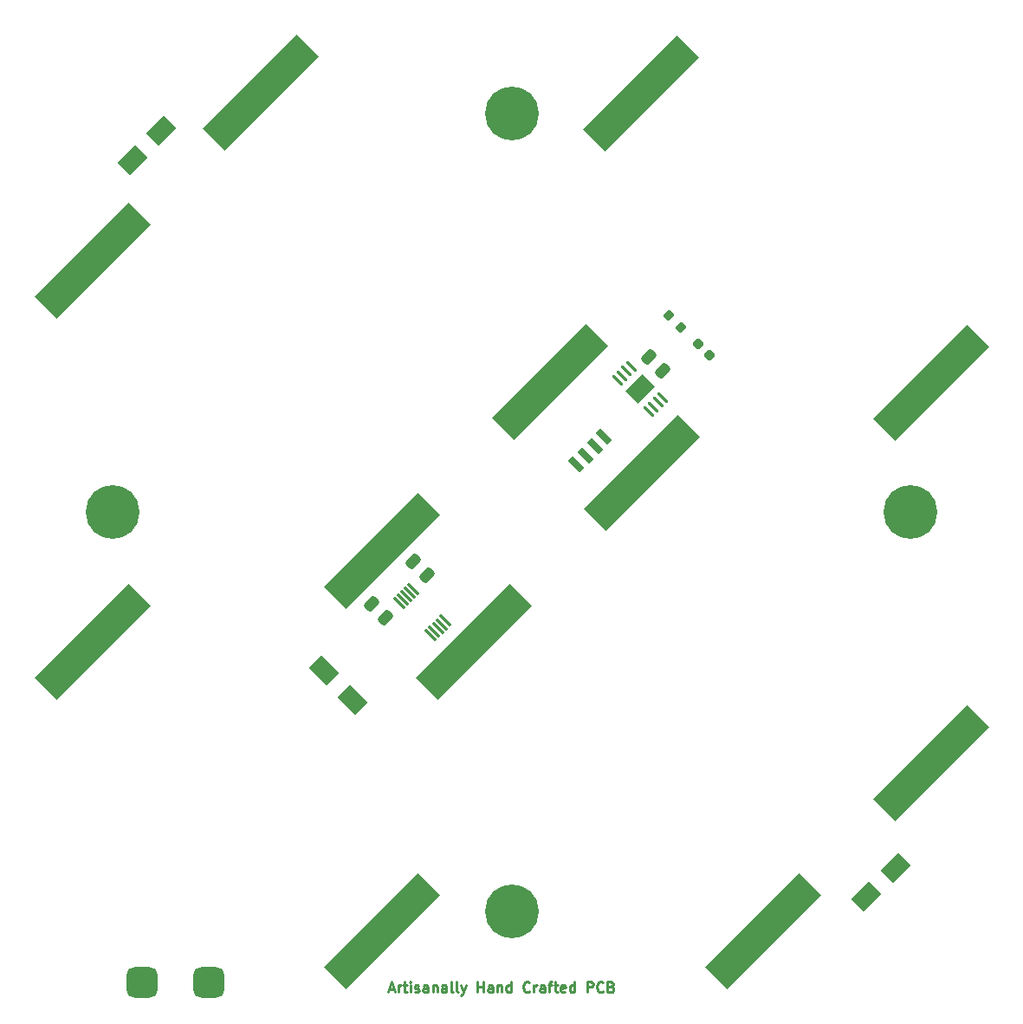
<source format=gbr>
%TF.GenerationSoftware,KiCad,Pcbnew,7.0.1*%
%TF.CreationDate,2024-01-21T14:51:42-07:00*%
%TF.ProjectId,solar-panel-side-Z,736f6c61-722d-4706-916e-656c2d736964,3.1*%
%TF.SameCoordinates,Original*%
%TF.FileFunction,Soldermask,Top*%
%TF.FilePolarity,Negative*%
%FSLAX46Y46*%
G04 Gerber Fmt 4.6, Leading zero omitted, Abs format (unit mm)*
G04 Created by KiCad (PCBNEW 7.0.1) date 2024-01-21 14:51:42*
%MOMM*%
%LPD*%
G01*
G04 APERTURE LIST*
G04 Aperture macros list*
%AMRoundRect*
0 Rectangle with rounded corners*
0 $1 Rounding radius*
0 $2 $3 $4 $5 $6 $7 $8 $9 X,Y pos of 4 corners*
0 Add a 4 corners polygon primitive as box body*
4,1,4,$2,$3,$4,$5,$6,$7,$8,$9,$2,$3,0*
0 Add four circle primitives for the rounded corners*
1,1,$1+$1,$2,$3*
1,1,$1+$1,$4,$5*
1,1,$1+$1,$6,$7*
1,1,$1+$1,$8,$9*
0 Add four rect primitives between the rounded corners*
20,1,$1+$1,$2,$3,$4,$5,0*
20,1,$1+$1,$4,$5,$6,$7,0*
20,1,$1+$1,$6,$7,$8,$9,0*
20,1,$1+$1,$8,$9,$2,$3,0*%
%AMRotRect*
0 Rectangle, with rotation*
0 The origin of the aperture is its center*
0 $1 length*
0 $2 width*
0 $3 Rotation angle, in degrees counterclockwise*
0 Add horizontal line*
21,1,$1,$2,0,0,$3*%
G04 Aperture macros list end*
%ADD10C,0.250000*%
%ADD11RotRect,1.730000X2.360000X315.000000*%
%ADD12RoundRect,0.087500X-0.477297X0.353553X0.353553X-0.477297X0.477297X-0.353553X-0.353553X0.477297X0*%
%ADD13C,5.250000*%
%ADD14RotRect,2.500000X1.700000X45.000000*%
%ADD15RoundRect,0.750000X0.750000X-0.750000X0.750000X0.750000X-0.750000X0.750000X-0.750000X-0.750000X0*%
%ADD16RoundRect,0.218750X0.335876X0.026517X0.026517X0.335876X-0.335876X-0.026517X-0.026517X-0.335876X0*%
%ADD17RoundRect,0.250000X0.512652X0.159099X0.159099X0.512652X-0.512652X-0.159099X-0.159099X-0.512652X0*%
%ADD18RotRect,13.000000X3.000000X45.000000*%
%ADD19RoundRect,0.200000X-0.335876X-0.053033X-0.053033X-0.335876X0.335876X0.053033X0.053033X0.335876X0*%
%ADD20RoundRect,0.075000X-0.512652X0.406586X0.406586X-0.512652X0.512652X-0.406586X-0.406586X0.512652X0*%
%ADD21RotRect,2.500000X1.700000X135.000000*%
%ADD22RotRect,1.600000X0.700000X135.000000*%
%ADD23RotRect,13.000000X3.000000X225.000000*%
G04 APERTURE END LIST*
D10*
X137490476Y-131591904D02*
X137966666Y-131591904D01*
X137395238Y-131877619D02*
X137728571Y-130877619D01*
X137728571Y-130877619D02*
X138061904Y-131877619D01*
X138395238Y-131877619D02*
X138395238Y-131210952D01*
X138395238Y-131401428D02*
X138442857Y-131306190D01*
X138442857Y-131306190D02*
X138490476Y-131258571D01*
X138490476Y-131258571D02*
X138585714Y-131210952D01*
X138585714Y-131210952D02*
X138680952Y-131210952D01*
X138871429Y-131210952D02*
X139252381Y-131210952D01*
X139014286Y-130877619D02*
X139014286Y-131734761D01*
X139014286Y-131734761D02*
X139061905Y-131830000D01*
X139061905Y-131830000D02*
X139157143Y-131877619D01*
X139157143Y-131877619D02*
X139252381Y-131877619D01*
X139585715Y-131877619D02*
X139585715Y-131210952D01*
X139585715Y-130877619D02*
X139538096Y-130925238D01*
X139538096Y-130925238D02*
X139585715Y-130972857D01*
X139585715Y-130972857D02*
X139633334Y-130925238D01*
X139633334Y-130925238D02*
X139585715Y-130877619D01*
X139585715Y-130877619D02*
X139585715Y-130972857D01*
X140014286Y-131830000D02*
X140109524Y-131877619D01*
X140109524Y-131877619D02*
X140300000Y-131877619D01*
X140300000Y-131877619D02*
X140395238Y-131830000D01*
X140395238Y-131830000D02*
X140442857Y-131734761D01*
X140442857Y-131734761D02*
X140442857Y-131687142D01*
X140442857Y-131687142D02*
X140395238Y-131591904D01*
X140395238Y-131591904D02*
X140300000Y-131544285D01*
X140300000Y-131544285D02*
X140157143Y-131544285D01*
X140157143Y-131544285D02*
X140061905Y-131496666D01*
X140061905Y-131496666D02*
X140014286Y-131401428D01*
X140014286Y-131401428D02*
X140014286Y-131353809D01*
X140014286Y-131353809D02*
X140061905Y-131258571D01*
X140061905Y-131258571D02*
X140157143Y-131210952D01*
X140157143Y-131210952D02*
X140300000Y-131210952D01*
X140300000Y-131210952D02*
X140395238Y-131258571D01*
X141300000Y-131877619D02*
X141300000Y-131353809D01*
X141300000Y-131353809D02*
X141252381Y-131258571D01*
X141252381Y-131258571D02*
X141157143Y-131210952D01*
X141157143Y-131210952D02*
X140966667Y-131210952D01*
X140966667Y-131210952D02*
X140871429Y-131258571D01*
X141300000Y-131830000D02*
X141204762Y-131877619D01*
X141204762Y-131877619D02*
X140966667Y-131877619D01*
X140966667Y-131877619D02*
X140871429Y-131830000D01*
X140871429Y-131830000D02*
X140823810Y-131734761D01*
X140823810Y-131734761D02*
X140823810Y-131639523D01*
X140823810Y-131639523D02*
X140871429Y-131544285D01*
X140871429Y-131544285D02*
X140966667Y-131496666D01*
X140966667Y-131496666D02*
X141204762Y-131496666D01*
X141204762Y-131496666D02*
X141300000Y-131449047D01*
X141776191Y-131210952D02*
X141776191Y-131877619D01*
X141776191Y-131306190D02*
X141823810Y-131258571D01*
X141823810Y-131258571D02*
X141919048Y-131210952D01*
X141919048Y-131210952D02*
X142061905Y-131210952D01*
X142061905Y-131210952D02*
X142157143Y-131258571D01*
X142157143Y-131258571D02*
X142204762Y-131353809D01*
X142204762Y-131353809D02*
X142204762Y-131877619D01*
X143109524Y-131877619D02*
X143109524Y-131353809D01*
X143109524Y-131353809D02*
X143061905Y-131258571D01*
X143061905Y-131258571D02*
X142966667Y-131210952D01*
X142966667Y-131210952D02*
X142776191Y-131210952D01*
X142776191Y-131210952D02*
X142680953Y-131258571D01*
X143109524Y-131830000D02*
X143014286Y-131877619D01*
X143014286Y-131877619D02*
X142776191Y-131877619D01*
X142776191Y-131877619D02*
X142680953Y-131830000D01*
X142680953Y-131830000D02*
X142633334Y-131734761D01*
X142633334Y-131734761D02*
X142633334Y-131639523D01*
X142633334Y-131639523D02*
X142680953Y-131544285D01*
X142680953Y-131544285D02*
X142776191Y-131496666D01*
X142776191Y-131496666D02*
X143014286Y-131496666D01*
X143014286Y-131496666D02*
X143109524Y-131449047D01*
X143728572Y-131877619D02*
X143633334Y-131830000D01*
X143633334Y-131830000D02*
X143585715Y-131734761D01*
X143585715Y-131734761D02*
X143585715Y-130877619D01*
X144252382Y-131877619D02*
X144157144Y-131830000D01*
X144157144Y-131830000D02*
X144109525Y-131734761D01*
X144109525Y-131734761D02*
X144109525Y-130877619D01*
X144538097Y-131210952D02*
X144776192Y-131877619D01*
X145014287Y-131210952D02*
X144776192Y-131877619D01*
X144776192Y-131877619D02*
X144680954Y-132115714D01*
X144680954Y-132115714D02*
X144633335Y-132163333D01*
X144633335Y-132163333D02*
X144538097Y-132210952D01*
X146157145Y-131877619D02*
X146157145Y-130877619D01*
X146157145Y-131353809D02*
X146728573Y-131353809D01*
X146728573Y-131877619D02*
X146728573Y-130877619D01*
X147633335Y-131877619D02*
X147633335Y-131353809D01*
X147633335Y-131353809D02*
X147585716Y-131258571D01*
X147585716Y-131258571D02*
X147490478Y-131210952D01*
X147490478Y-131210952D02*
X147300002Y-131210952D01*
X147300002Y-131210952D02*
X147204764Y-131258571D01*
X147633335Y-131830000D02*
X147538097Y-131877619D01*
X147538097Y-131877619D02*
X147300002Y-131877619D01*
X147300002Y-131877619D02*
X147204764Y-131830000D01*
X147204764Y-131830000D02*
X147157145Y-131734761D01*
X147157145Y-131734761D02*
X147157145Y-131639523D01*
X147157145Y-131639523D02*
X147204764Y-131544285D01*
X147204764Y-131544285D02*
X147300002Y-131496666D01*
X147300002Y-131496666D02*
X147538097Y-131496666D01*
X147538097Y-131496666D02*
X147633335Y-131449047D01*
X148109526Y-131210952D02*
X148109526Y-131877619D01*
X148109526Y-131306190D02*
X148157145Y-131258571D01*
X148157145Y-131258571D02*
X148252383Y-131210952D01*
X148252383Y-131210952D02*
X148395240Y-131210952D01*
X148395240Y-131210952D02*
X148490478Y-131258571D01*
X148490478Y-131258571D02*
X148538097Y-131353809D01*
X148538097Y-131353809D02*
X148538097Y-131877619D01*
X149442859Y-131877619D02*
X149442859Y-130877619D01*
X149442859Y-131830000D02*
X149347621Y-131877619D01*
X149347621Y-131877619D02*
X149157145Y-131877619D01*
X149157145Y-131877619D02*
X149061907Y-131830000D01*
X149061907Y-131830000D02*
X149014288Y-131782380D01*
X149014288Y-131782380D02*
X148966669Y-131687142D01*
X148966669Y-131687142D02*
X148966669Y-131401428D01*
X148966669Y-131401428D02*
X149014288Y-131306190D01*
X149014288Y-131306190D02*
X149061907Y-131258571D01*
X149061907Y-131258571D02*
X149157145Y-131210952D01*
X149157145Y-131210952D02*
X149347621Y-131210952D01*
X149347621Y-131210952D02*
X149442859Y-131258571D01*
X151252383Y-131782380D02*
X151204764Y-131830000D01*
X151204764Y-131830000D02*
X151061907Y-131877619D01*
X151061907Y-131877619D02*
X150966669Y-131877619D01*
X150966669Y-131877619D02*
X150823812Y-131830000D01*
X150823812Y-131830000D02*
X150728574Y-131734761D01*
X150728574Y-131734761D02*
X150680955Y-131639523D01*
X150680955Y-131639523D02*
X150633336Y-131449047D01*
X150633336Y-131449047D02*
X150633336Y-131306190D01*
X150633336Y-131306190D02*
X150680955Y-131115714D01*
X150680955Y-131115714D02*
X150728574Y-131020476D01*
X150728574Y-131020476D02*
X150823812Y-130925238D01*
X150823812Y-130925238D02*
X150966669Y-130877619D01*
X150966669Y-130877619D02*
X151061907Y-130877619D01*
X151061907Y-130877619D02*
X151204764Y-130925238D01*
X151204764Y-130925238D02*
X151252383Y-130972857D01*
X151680955Y-131877619D02*
X151680955Y-131210952D01*
X151680955Y-131401428D02*
X151728574Y-131306190D01*
X151728574Y-131306190D02*
X151776193Y-131258571D01*
X151776193Y-131258571D02*
X151871431Y-131210952D01*
X151871431Y-131210952D02*
X151966669Y-131210952D01*
X152728574Y-131877619D02*
X152728574Y-131353809D01*
X152728574Y-131353809D02*
X152680955Y-131258571D01*
X152680955Y-131258571D02*
X152585717Y-131210952D01*
X152585717Y-131210952D02*
X152395241Y-131210952D01*
X152395241Y-131210952D02*
X152300003Y-131258571D01*
X152728574Y-131830000D02*
X152633336Y-131877619D01*
X152633336Y-131877619D02*
X152395241Y-131877619D01*
X152395241Y-131877619D02*
X152300003Y-131830000D01*
X152300003Y-131830000D02*
X152252384Y-131734761D01*
X152252384Y-131734761D02*
X152252384Y-131639523D01*
X152252384Y-131639523D02*
X152300003Y-131544285D01*
X152300003Y-131544285D02*
X152395241Y-131496666D01*
X152395241Y-131496666D02*
X152633336Y-131496666D01*
X152633336Y-131496666D02*
X152728574Y-131449047D01*
X153061908Y-131210952D02*
X153442860Y-131210952D01*
X153204765Y-131877619D02*
X153204765Y-131020476D01*
X153204765Y-131020476D02*
X153252384Y-130925238D01*
X153252384Y-130925238D02*
X153347622Y-130877619D01*
X153347622Y-130877619D02*
X153442860Y-130877619D01*
X153633337Y-131210952D02*
X154014289Y-131210952D01*
X153776194Y-130877619D02*
X153776194Y-131734761D01*
X153776194Y-131734761D02*
X153823813Y-131830000D01*
X153823813Y-131830000D02*
X153919051Y-131877619D01*
X153919051Y-131877619D02*
X154014289Y-131877619D01*
X154728575Y-131830000D02*
X154633337Y-131877619D01*
X154633337Y-131877619D02*
X154442861Y-131877619D01*
X154442861Y-131877619D02*
X154347623Y-131830000D01*
X154347623Y-131830000D02*
X154300004Y-131734761D01*
X154300004Y-131734761D02*
X154300004Y-131353809D01*
X154300004Y-131353809D02*
X154347623Y-131258571D01*
X154347623Y-131258571D02*
X154442861Y-131210952D01*
X154442861Y-131210952D02*
X154633337Y-131210952D01*
X154633337Y-131210952D02*
X154728575Y-131258571D01*
X154728575Y-131258571D02*
X154776194Y-131353809D01*
X154776194Y-131353809D02*
X154776194Y-131449047D01*
X154776194Y-131449047D02*
X154300004Y-131544285D01*
X155633337Y-131877619D02*
X155633337Y-130877619D01*
X155633337Y-131830000D02*
X155538099Y-131877619D01*
X155538099Y-131877619D02*
X155347623Y-131877619D01*
X155347623Y-131877619D02*
X155252385Y-131830000D01*
X155252385Y-131830000D02*
X155204766Y-131782380D01*
X155204766Y-131782380D02*
X155157147Y-131687142D01*
X155157147Y-131687142D02*
X155157147Y-131401428D01*
X155157147Y-131401428D02*
X155204766Y-131306190D01*
X155204766Y-131306190D02*
X155252385Y-131258571D01*
X155252385Y-131258571D02*
X155347623Y-131210952D01*
X155347623Y-131210952D02*
X155538099Y-131210952D01*
X155538099Y-131210952D02*
X155633337Y-131258571D01*
X156871433Y-131877619D02*
X156871433Y-130877619D01*
X156871433Y-130877619D02*
X157252385Y-130877619D01*
X157252385Y-130877619D02*
X157347623Y-130925238D01*
X157347623Y-130925238D02*
X157395242Y-130972857D01*
X157395242Y-130972857D02*
X157442861Y-131068095D01*
X157442861Y-131068095D02*
X157442861Y-131210952D01*
X157442861Y-131210952D02*
X157395242Y-131306190D01*
X157395242Y-131306190D02*
X157347623Y-131353809D01*
X157347623Y-131353809D02*
X157252385Y-131401428D01*
X157252385Y-131401428D02*
X156871433Y-131401428D01*
X158442861Y-131782380D02*
X158395242Y-131830000D01*
X158395242Y-131830000D02*
X158252385Y-131877619D01*
X158252385Y-131877619D02*
X158157147Y-131877619D01*
X158157147Y-131877619D02*
X158014290Y-131830000D01*
X158014290Y-131830000D02*
X157919052Y-131734761D01*
X157919052Y-131734761D02*
X157871433Y-131639523D01*
X157871433Y-131639523D02*
X157823814Y-131449047D01*
X157823814Y-131449047D02*
X157823814Y-131306190D01*
X157823814Y-131306190D02*
X157871433Y-131115714D01*
X157871433Y-131115714D02*
X157919052Y-131020476D01*
X157919052Y-131020476D02*
X158014290Y-130925238D01*
X158014290Y-130925238D02*
X158157147Y-130877619D01*
X158157147Y-130877619D02*
X158252385Y-130877619D01*
X158252385Y-130877619D02*
X158395242Y-130925238D01*
X158395242Y-130925238D02*
X158442861Y-130972857D01*
X159204766Y-131353809D02*
X159347623Y-131401428D01*
X159347623Y-131401428D02*
X159395242Y-131449047D01*
X159395242Y-131449047D02*
X159442861Y-131544285D01*
X159442861Y-131544285D02*
X159442861Y-131687142D01*
X159442861Y-131687142D02*
X159395242Y-131782380D01*
X159395242Y-131782380D02*
X159347623Y-131830000D01*
X159347623Y-131830000D02*
X159252385Y-131877619D01*
X159252385Y-131877619D02*
X158871433Y-131877619D01*
X158871433Y-131877619D02*
X158871433Y-130877619D01*
X158871433Y-130877619D02*
X159204766Y-130877619D01*
X159204766Y-130877619D02*
X159300004Y-130925238D01*
X159300004Y-130925238D02*
X159347623Y-130972857D01*
X159347623Y-130972857D02*
X159395242Y-131068095D01*
X159395242Y-131068095D02*
X159395242Y-131163333D01*
X159395242Y-131163333D02*
X159347623Y-131258571D01*
X159347623Y-131258571D02*
X159300004Y-131306190D01*
X159300004Y-131306190D02*
X159204766Y-131353809D01*
X159204766Y-131353809D02*
X158871433Y-131353809D01*
D11*
%TO.C,U3*%
X162041249Y-72946863D03*
D12*
X161192721Y-70719477D03*
X160733101Y-71179096D03*
X160273482Y-71638715D03*
X159813863Y-72098335D03*
X162889777Y-75174249D03*
X163349397Y-74714630D03*
X163809016Y-74255011D03*
X164268635Y-73795391D03*
%TD*%
D13*
%TO.C,J4*%
X110500000Y-85000000D03*
%TD*%
%TO.C,J5*%
X149500000Y-124000000D03*
%TD*%
%TO.C,J6*%
X149500000Y-46000000D03*
%TD*%
%TO.C,J7*%
X188500000Y-85000000D03*
%TD*%
D14*
%TO.C,D2*%
X112421572Y-50578428D03*
X115250000Y-47750000D03*
%TD*%
D15*
%TO.C,TP1*%
X113410000Y-130950000D03*
%TD*%
D16*
%TO.C,D4*%
X168840000Y-69680000D03*
X167726306Y-68566306D03*
%TD*%
D17*
%TO.C,C3*%
X141201700Y-91147870D03*
X139858198Y-89804368D03*
%TD*%
D18*
%TO.C,SC5*%
X108537864Y-97657864D03*
X136822136Y-125942136D03*
%TD*%
D15*
%TO.C,TP2*%
X119890000Y-130920000D03*
%TD*%
D18*
%TO.C,SC3*%
X125000000Y-43980000D03*
X153284272Y-72264272D03*
%TD*%
D19*
%TO.C,R1*%
X164836005Y-65732575D03*
X166002731Y-66899301D03*
%TD*%
D17*
%TO.C,C2*%
X137128765Y-95263232D03*
X135785263Y-93919730D03*
%TD*%
D20*
%TO.C,U2*%
X139893554Y-92470160D03*
X139540000Y-92823714D03*
X139186447Y-93177267D03*
X138832894Y-93530820D03*
X138479340Y-93884374D03*
X141590610Y-96995644D03*
X141944164Y-96642090D03*
X142297717Y-96288537D03*
X142651270Y-95934984D03*
X143004824Y-95581430D03*
%TD*%
D21*
%TO.C,D3*%
X133978428Y-103318428D03*
X131150000Y-100490000D03*
%TD*%
D17*
%TO.C,C1*%
X164240000Y-71195441D03*
X162896498Y-69851939D03*
%TD*%
D22*
%TO.C,U1*%
X155819358Y-80333435D03*
X156717383Y-79435409D03*
X157615409Y-78537383D03*
X158513435Y-77639358D03*
%TD*%
D23*
%TO.C,SC4*%
X136824272Y-88734272D03*
X108540000Y-60450000D03*
%TD*%
D18*
%TO.C,SC6*%
X145755728Y-97665728D03*
X174040000Y-125950000D03*
%TD*%
D23*
%TO.C,SC2*%
X190462136Y-72342136D03*
X162177864Y-44057864D03*
%TD*%
D14*
%TO.C,D1*%
X184161572Y-122588428D03*
X186990000Y-119760000D03*
%TD*%
D23*
%TO.C,SC1*%
X190480000Y-109480000D03*
X162195728Y-81195728D03*
%TD*%
M02*

</source>
